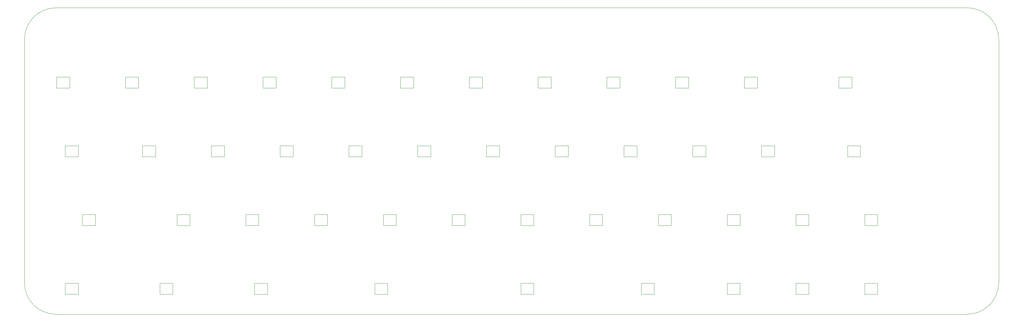
<source format=gbr>
G04 #@! TF.GenerationSoftware,KiCad,Pcbnew,(5.1.5)-3*
G04 #@! TF.CreationDate,2021-08-08T16:52:41-05:00*
G04 #@! TF.ProjectId,cuarenta,63756172-656e-4746-912e-6b696361645f,rev?*
G04 #@! TF.SameCoordinates,Original*
G04 #@! TF.FileFunction,Profile,NP*
%FSLAX46Y46*%
G04 Gerber Fmt 4.6, Leading zero omitted, Abs format (unit mm)*
G04 Created by KiCad (PCBNEW (5.1.5)-3) date 2021-08-08 16:52:41*
%MOMM*%
%LPD*%
G04 APERTURE LIST*
%ADD10C,0.050000*%
%ADD11C,0.120000*%
G04 APERTURE END LIST*
D10*
X50006250Y-19843750D02*
X22225000Y-19843750D01*
X142081250Y-19843750D02*
X50006250Y-19843750D01*
X197643750Y-19843750D02*
X142081250Y-19843750D01*
X242093750Y-19843750D02*
X197643750Y-19843750D01*
X274637500Y-19843750D02*
X242093750Y-19843750D01*
X13493750Y-28575000D02*
G75*
G02X22225000Y-19843750I8731250J0D01*
G01*
X274637500Y-19843750D02*
G75*
G02X283368750Y-28575000I0J-8731250D01*
G01*
X283368750Y-96043750D02*
X283368750Y-28575000D01*
X13493750Y-96043750D02*
X13493750Y-28575000D01*
X22225000Y-104775000D02*
X274637500Y-104775000D01*
X22225000Y-104775000D02*
G75*
G02X13493750Y-96043750I0J8731250D01*
G01*
X283368750Y-96043750D02*
G75*
G02X274637500Y-104775000I-8731250J0D01*
G01*
D11*
X249831000Y-96144750D02*
X249831000Y-99244750D01*
X249831000Y-99244750D02*
X246231000Y-99244750D01*
X246231000Y-99244750D02*
X246231000Y-96144750D01*
X246231000Y-96144750D02*
X249831000Y-96144750D01*
X246231000Y-80194750D02*
X246231000Y-77094750D01*
X246231000Y-77094750D02*
X249831000Y-77094750D01*
X249831000Y-77094750D02*
X249831000Y-80194750D01*
X249831000Y-80194750D02*
X246231000Y-80194750D01*
X245068500Y-58044750D02*
X245068500Y-61144750D01*
X245068500Y-61144750D02*
X241468500Y-61144750D01*
X241468500Y-61144750D02*
X241468500Y-58044750D01*
X241468500Y-58044750D02*
X245068500Y-58044750D01*
X242687250Y-38994750D02*
X242687250Y-42094750D01*
X242687250Y-42094750D02*
X239087250Y-42094750D01*
X239087250Y-42094750D02*
X239087250Y-38994750D01*
X239087250Y-38994750D02*
X242687250Y-38994750D01*
X230781000Y-96144750D02*
X230781000Y-99244750D01*
X230781000Y-99244750D02*
X227181000Y-99244750D01*
X227181000Y-99244750D02*
X227181000Y-96144750D01*
X227181000Y-96144750D02*
X230781000Y-96144750D01*
X227181000Y-80194750D02*
X227181000Y-77094750D01*
X227181000Y-77094750D02*
X230781000Y-77094750D01*
X230781000Y-77094750D02*
X230781000Y-80194750D01*
X230781000Y-80194750D02*
X227181000Y-80194750D01*
X221256000Y-58044750D02*
X221256000Y-61144750D01*
X221256000Y-61144750D02*
X217656000Y-61144750D01*
X217656000Y-61144750D02*
X217656000Y-58044750D01*
X217656000Y-58044750D02*
X221256000Y-58044750D01*
X216493500Y-38994750D02*
X216493500Y-42094750D01*
X216493500Y-42094750D02*
X212893500Y-42094750D01*
X212893500Y-42094750D02*
X212893500Y-38994750D01*
X212893500Y-38994750D02*
X216493500Y-38994750D01*
X211731000Y-96144750D02*
X211731000Y-99244750D01*
X211731000Y-99244750D02*
X208131000Y-99244750D01*
X208131000Y-99244750D02*
X208131000Y-96144750D01*
X208131000Y-96144750D02*
X211731000Y-96144750D01*
X208131000Y-80194750D02*
X208131000Y-77094750D01*
X208131000Y-77094750D02*
X211731000Y-77094750D01*
X211731000Y-77094750D02*
X211731000Y-80194750D01*
X211731000Y-80194750D02*
X208131000Y-80194750D01*
X202206000Y-58044750D02*
X202206000Y-61144750D01*
X202206000Y-61144750D02*
X198606000Y-61144750D01*
X198606000Y-61144750D02*
X198606000Y-58044750D01*
X198606000Y-58044750D02*
X202206000Y-58044750D01*
X197443500Y-38994750D02*
X197443500Y-42094750D01*
X197443500Y-42094750D02*
X193843500Y-42094750D01*
X193843500Y-42094750D02*
X193843500Y-38994750D01*
X193843500Y-38994750D02*
X197443500Y-38994750D01*
X187918500Y-96144750D02*
X187918500Y-99244750D01*
X187918500Y-99244750D02*
X184318500Y-99244750D01*
X184318500Y-99244750D02*
X184318500Y-96144750D01*
X184318500Y-96144750D02*
X187918500Y-96144750D01*
X189081000Y-80194750D02*
X189081000Y-77094750D01*
X189081000Y-77094750D02*
X192681000Y-77094750D01*
X192681000Y-77094750D02*
X192681000Y-80194750D01*
X192681000Y-80194750D02*
X189081000Y-80194750D01*
X183156000Y-58044750D02*
X183156000Y-61144750D01*
X183156000Y-61144750D02*
X179556000Y-61144750D01*
X179556000Y-61144750D02*
X179556000Y-58044750D01*
X179556000Y-58044750D02*
X183156000Y-58044750D01*
X178393500Y-38994750D02*
X178393500Y-42094750D01*
X178393500Y-42094750D02*
X174793500Y-42094750D01*
X174793500Y-42094750D02*
X174793500Y-38994750D01*
X174793500Y-38994750D02*
X178393500Y-38994750D01*
X154581000Y-96144750D02*
X154581000Y-99244750D01*
X154581000Y-99244750D02*
X150981000Y-99244750D01*
X150981000Y-99244750D02*
X150981000Y-96144750D01*
X150981000Y-96144750D02*
X154581000Y-96144750D01*
X170031000Y-80194750D02*
X170031000Y-77094750D01*
X170031000Y-77094750D02*
X173631000Y-77094750D01*
X173631000Y-77094750D02*
X173631000Y-80194750D01*
X173631000Y-80194750D02*
X170031000Y-80194750D01*
X164106000Y-58044750D02*
X164106000Y-61144750D01*
X164106000Y-61144750D02*
X160506000Y-61144750D01*
X160506000Y-61144750D02*
X160506000Y-58044750D01*
X160506000Y-58044750D02*
X164106000Y-58044750D01*
X159343500Y-38994750D02*
X159343500Y-42094750D01*
X159343500Y-42094750D02*
X155743500Y-42094750D01*
X155743500Y-42094750D02*
X155743500Y-38994750D01*
X155743500Y-38994750D02*
X159343500Y-38994750D01*
X114099750Y-96144750D02*
X114099750Y-99244750D01*
X114099750Y-99244750D02*
X110499750Y-99244750D01*
X110499750Y-99244750D02*
X110499750Y-96144750D01*
X110499750Y-96144750D02*
X114099750Y-96144750D01*
X150981000Y-80194750D02*
X150981000Y-77094750D01*
X150981000Y-77094750D02*
X154581000Y-77094750D01*
X154581000Y-77094750D02*
X154581000Y-80194750D01*
X154581000Y-80194750D02*
X150981000Y-80194750D01*
X145056000Y-58044750D02*
X145056000Y-61144750D01*
X145056000Y-61144750D02*
X141456000Y-61144750D01*
X141456000Y-61144750D02*
X141456000Y-58044750D01*
X141456000Y-58044750D02*
X145056000Y-58044750D01*
X140293500Y-38994750D02*
X140293500Y-42094750D01*
X140293500Y-42094750D02*
X136693500Y-42094750D01*
X136693500Y-42094750D02*
X136693500Y-38994750D01*
X136693500Y-38994750D02*
X140293500Y-38994750D01*
X80762250Y-96144750D02*
X80762250Y-99244750D01*
X80762250Y-99244750D02*
X77162250Y-99244750D01*
X77162250Y-99244750D02*
X77162250Y-96144750D01*
X77162250Y-96144750D02*
X80762250Y-96144750D01*
X131931000Y-80194750D02*
X131931000Y-77094750D01*
X131931000Y-77094750D02*
X135531000Y-77094750D01*
X135531000Y-77094750D02*
X135531000Y-80194750D01*
X135531000Y-80194750D02*
X131931000Y-80194750D01*
X126006000Y-58044750D02*
X126006000Y-61144750D01*
X126006000Y-61144750D02*
X122406000Y-61144750D01*
X122406000Y-61144750D02*
X122406000Y-58044750D01*
X122406000Y-58044750D02*
X126006000Y-58044750D01*
X121243500Y-38994750D02*
X121243500Y-42094750D01*
X121243500Y-42094750D02*
X117643500Y-42094750D01*
X117643500Y-42094750D02*
X117643500Y-38994750D01*
X117643500Y-38994750D02*
X121243500Y-38994750D01*
X54568500Y-96144750D02*
X54568500Y-99244750D01*
X54568500Y-99244750D02*
X50968500Y-99244750D01*
X50968500Y-99244750D02*
X50968500Y-96144750D01*
X50968500Y-96144750D02*
X54568500Y-96144750D01*
X112881000Y-80194750D02*
X112881000Y-77094750D01*
X112881000Y-77094750D02*
X116481000Y-77094750D01*
X116481000Y-77094750D02*
X116481000Y-80194750D01*
X116481000Y-80194750D02*
X112881000Y-80194750D01*
X106956000Y-58044750D02*
X106956000Y-61144750D01*
X106956000Y-61144750D02*
X103356000Y-61144750D01*
X103356000Y-61144750D02*
X103356000Y-58044750D01*
X103356000Y-58044750D02*
X106956000Y-58044750D01*
X102193500Y-38994750D02*
X102193500Y-42094750D01*
X102193500Y-42094750D02*
X98593500Y-42094750D01*
X98593500Y-42094750D02*
X98593500Y-38994750D01*
X98593500Y-38994750D02*
X102193500Y-38994750D01*
X28374750Y-96144750D02*
X28374750Y-99244750D01*
X28374750Y-99244750D02*
X24774750Y-99244750D01*
X24774750Y-99244750D02*
X24774750Y-96144750D01*
X24774750Y-96144750D02*
X28374750Y-96144750D01*
X93831000Y-80194750D02*
X93831000Y-77094750D01*
X93831000Y-77094750D02*
X97431000Y-77094750D01*
X97431000Y-77094750D02*
X97431000Y-80194750D01*
X97431000Y-80194750D02*
X93831000Y-80194750D01*
X87906000Y-58044750D02*
X87906000Y-61144750D01*
X87906000Y-61144750D02*
X84306000Y-61144750D01*
X84306000Y-61144750D02*
X84306000Y-58044750D01*
X84306000Y-58044750D02*
X87906000Y-58044750D01*
X83143500Y-38994750D02*
X83143500Y-42094750D01*
X83143500Y-42094750D02*
X79543500Y-42094750D01*
X79543500Y-42094750D02*
X79543500Y-38994750D01*
X79543500Y-38994750D02*
X83143500Y-38994750D01*
X74781000Y-80194750D02*
X74781000Y-77094750D01*
X74781000Y-77094750D02*
X78381000Y-77094750D01*
X78381000Y-77094750D02*
X78381000Y-80194750D01*
X78381000Y-80194750D02*
X74781000Y-80194750D01*
X68856000Y-58044750D02*
X68856000Y-61144750D01*
X68856000Y-61144750D02*
X65256000Y-61144750D01*
X65256000Y-61144750D02*
X65256000Y-58044750D01*
X65256000Y-58044750D02*
X68856000Y-58044750D01*
X64093500Y-38994750D02*
X64093500Y-42094750D01*
X64093500Y-42094750D02*
X60493500Y-42094750D01*
X60493500Y-42094750D02*
X60493500Y-38994750D01*
X60493500Y-38994750D02*
X64093500Y-38994750D01*
X55731000Y-80194750D02*
X55731000Y-77094750D01*
X55731000Y-77094750D02*
X59331000Y-77094750D01*
X59331000Y-77094750D02*
X59331000Y-80194750D01*
X59331000Y-80194750D02*
X55731000Y-80194750D01*
X49806000Y-58044750D02*
X49806000Y-61144750D01*
X49806000Y-61144750D02*
X46206000Y-61144750D01*
X46206000Y-61144750D02*
X46206000Y-58044750D01*
X46206000Y-58044750D02*
X49806000Y-58044750D01*
X45043500Y-38994750D02*
X45043500Y-42094750D01*
X45043500Y-42094750D02*
X41443500Y-42094750D01*
X41443500Y-42094750D02*
X41443500Y-38994750D01*
X41443500Y-38994750D02*
X45043500Y-38994750D01*
X29537250Y-80194750D02*
X29537250Y-77094750D01*
X29537250Y-77094750D02*
X33137250Y-77094750D01*
X33137250Y-77094750D02*
X33137250Y-80194750D01*
X33137250Y-80194750D02*
X29537250Y-80194750D01*
X28374750Y-58044750D02*
X28374750Y-61144750D01*
X28374750Y-61144750D02*
X24774750Y-61144750D01*
X24774750Y-61144750D02*
X24774750Y-58044750D01*
X24774750Y-58044750D02*
X28374750Y-58044750D01*
X25993500Y-38994750D02*
X25993500Y-42094750D01*
X25993500Y-42094750D02*
X22393500Y-42094750D01*
X22393500Y-42094750D02*
X22393500Y-38994750D01*
X22393500Y-38994750D02*
X25993500Y-38994750D01*
M02*

</source>
